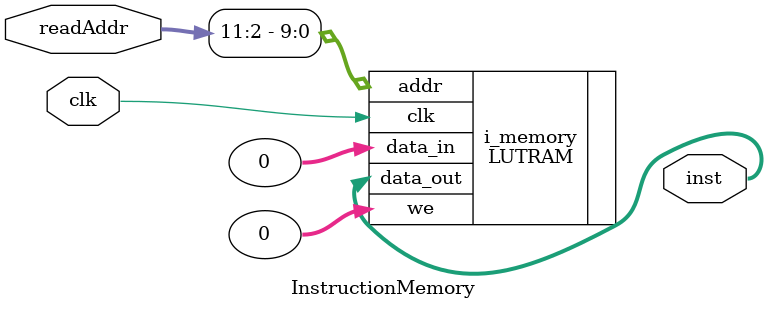
<source format=v>
module InstructionMemory 
(
    input clk,
    input [31:0] readAddr,
    output [31:0] inst
);


LUTRAM #(.XLEN(32), .ADDR_WIDTH(10), .DATA_ENTRY(1024))
i_memory
(
    .clk(clk),
    .addr(readAddr[11:2]),
    .data_in(0),
    .we(0),
    .data_out(inst)
); 



endmodule

</source>
